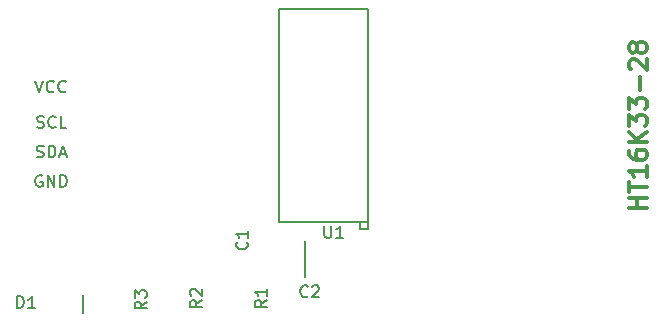
<source format=gto>
G04 #@! TF.FileFunction,Legend,Top*
%FSLAX46Y46*%
G04 Gerber Fmt 4.6, Leading zero omitted, Abs format (unit mm)*
G04 Created by KiCad (PCBNEW (after 2015-mar-04 BZR unknown)-product) date 20.05.2015 17:30:12*
%MOMM*%
G01*
G04 APERTURE LIST*
%ADD10C,0.150000*%
%ADD11C,0.300000*%
%ADD12C,0.200000*%
G04 APERTURE END LIST*
D10*
D11*
X154178571Y-174464284D02*
X152678571Y-174464284D01*
X153392857Y-174464284D02*
X153392857Y-173607141D01*
X154178571Y-173607141D02*
X152678571Y-173607141D01*
X152678571Y-173107141D02*
X152678571Y-172249998D01*
X154178571Y-172678569D02*
X152678571Y-172678569D01*
X154178571Y-170964284D02*
X154178571Y-171821427D01*
X154178571Y-171392855D02*
X152678571Y-171392855D01*
X152892857Y-171535712D01*
X153035714Y-171678570D01*
X153107143Y-171821427D01*
X152678571Y-169678570D02*
X152678571Y-169964284D01*
X152750000Y-170107141D01*
X152821429Y-170178570D01*
X153035714Y-170321427D01*
X153321429Y-170392856D01*
X153892857Y-170392856D01*
X154035714Y-170321427D01*
X154107143Y-170249999D01*
X154178571Y-170107141D01*
X154178571Y-169821427D01*
X154107143Y-169678570D01*
X154035714Y-169607141D01*
X153892857Y-169535713D01*
X153535714Y-169535713D01*
X153392857Y-169607141D01*
X153321429Y-169678570D01*
X153250000Y-169821427D01*
X153250000Y-170107141D01*
X153321429Y-170249999D01*
X153392857Y-170321427D01*
X153535714Y-170392856D01*
X154178571Y-168892856D02*
X152678571Y-168892856D01*
X154178571Y-168035713D02*
X153321429Y-168678570D01*
X152678571Y-168035713D02*
X153535714Y-168892856D01*
X152678571Y-167535713D02*
X152678571Y-166607142D01*
X153250000Y-167107142D01*
X153250000Y-166892856D01*
X153321429Y-166749999D01*
X153392857Y-166678570D01*
X153535714Y-166607142D01*
X153892857Y-166607142D01*
X154035714Y-166678570D01*
X154107143Y-166749999D01*
X154178571Y-166892856D01*
X154178571Y-167321428D01*
X154107143Y-167464285D01*
X154035714Y-167535713D01*
X152678571Y-166107142D02*
X152678571Y-165178571D01*
X153250000Y-165678571D01*
X153250000Y-165464285D01*
X153321429Y-165321428D01*
X153392857Y-165249999D01*
X153535714Y-165178571D01*
X153892857Y-165178571D01*
X154035714Y-165249999D01*
X154107143Y-165321428D01*
X154178571Y-165464285D01*
X154178571Y-165892857D01*
X154107143Y-166035714D01*
X154035714Y-166107142D01*
X153607143Y-164535714D02*
X153607143Y-163392857D01*
X152821429Y-162750000D02*
X152750000Y-162678571D01*
X152678571Y-162535714D01*
X152678571Y-162178571D01*
X152750000Y-162035714D01*
X152821429Y-161964285D01*
X152964286Y-161892857D01*
X153107143Y-161892857D01*
X153321429Y-161964285D01*
X154178571Y-162821428D01*
X154178571Y-161892857D01*
X153321429Y-161035714D02*
X153250000Y-161178572D01*
X153178571Y-161250000D01*
X153035714Y-161321429D01*
X152964286Y-161321429D01*
X152821429Y-161250000D01*
X152750000Y-161178572D01*
X152678571Y-161035714D01*
X152678571Y-160750000D01*
X152750000Y-160607143D01*
X152821429Y-160535714D01*
X152964286Y-160464286D01*
X153035714Y-160464286D01*
X153178571Y-160535714D01*
X153250000Y-160607143D01*
X153321429Y-160750000D01*
X153321429Y-161035714D01*
X153392857Y-161178572D01*
X153464286Y-161250000D01*
X153607143Y-161321429D01*
X153892857Y-161321429D01*
X154035714Y-161250000D01*
X154107143Y-161178572D01*
X154178571Y-161035714D01*
X154178571Y-160750000D01*
X154107143Y-160607143D01*
X154035714Y-160535714D01*
X153892857Y-160464286D01*
X153607143Y-160464286D01*
X153464286Y-160535714D01*
X153392857Y-160607143D01*
X153321429Y-160750000D01*
D12*
X106426000Y-181864000D02*
X106426000Y-183388000D01*
X123083000Y-157628000D02*
X123083000Y-175662000D01*
X123083000Y-175662000D02*
X130576000Y-175662000D01*
X130576000Y-157628000D02*
X123083000Y-157628000D01*
X130576000Y-175662000D02*
X130576000Y-157628000D01*
X129941000Y-175662000D02*
X129941000Y-176297000D01*
X129941000Y-176297000D02*
X130576000Y-176297000D01*
X130576000Y-176297000D02*
X130576000Y-175662000D01*
X125250000Y-177300000D02*
X125250000Y-180300000D01*
X120306143Y-177378666D02*
X120353762Y-177426285D01*
X120401381Y-177569142D01*
X120401381Y-177664380D01*
X120353762Y-177807238D01*
X120258524Y-177902476D01*
X120163286Y-177950095D01*
X119972810Y-177997714D01*
X119829952Y-177997714D01*
X119639476Y-177950095D01*
X119544238Y-177902476D01*
X119449000Y-177807238D01*
X119401381Y-177664380D01*
X119401381Y-177569142D01*
X119449000Y-177426285D01*
X119496619Y-177378666D01*
X120401381Y-176426285D02*
X120401381Y-176997714D01*
X120401381Y-176712000D02*
X119401381Y-176712000D01*
X119544238Y-176807238D01*
X119639476Y-176902476D01*
X119687095Y-176997714D01*
X100861905Y-182951381D02*
X100861905Y-181951381D01*
X101100000Y-181951381D01*
X101242858Y-181999000D01*
X101338096Y-182094238D01*
X101385715Y-182189476D01*
X101433334Y-182379952D01*
X101433334Y-182522810D01*
X101385715Y-182713286D01*
X101338096Y-182808524D01*
X101242858Y-182903762D01*
X101100000Y-182951381D01*
X100861905Y-182951381D01*
X102385715Y-182951381D02*
X101814286Y-182951381D01*
X102100000Y-182951381D02*
X102100000Y-181951381D01*
X102004762Y-182094238D01*
X101909524Y-182189476D01*
X101814286Y-182237095D01*
X121991381Y-182284666D02*
X121515190Y-182618000D01*
X121991381Y-182856095D02*
X120991381Y-182856095D01*
X120991381Y-182475142D01*
X121039000Y-182379904D01*
X121086619Y-182332285D01*
X121181857Y-182284666D01*
X121324714Y-182284666D01*
X121419952Y-182332285D01*
X121467571Y-182379904D01*
X121515190Y-182475142D01*
X121515190Y-182856095D01*
X121991381Y-181332285D02*
X121991381Y-181903714D01*
X121991381Y-181618000D02*
X120991381Y-181618000D01*
X121134238Y-181713238D01*
X121229476Y-181808476D01*
X121277095Y-181903714D01*
X116530381Y-182284666D02*
X116054190Y-182618000D01*
X116530381Y-182856095D02*
X115530381Y-182856095D01*
X115530381Y-182475142D01*
X115578000Y-182379904D01*
X115625619Y-182332285D01*
X115720857Y-182284666D01*
X115863714Y-182284666D01*
X115958952Y-182332285D01*
X116006571Y-182379904D01*
X116054190Y-182475142D01*
X116054190Y-182856095D01*
X115625619Y-181903714D02*
X115578000Y-181856095D01*
X115530381Y-181760857D01*
X115530381Y-181522761D01*
X115578000Y-181427523D01*
X115625619Y-181379904D01*
X115720857Y-181332285D01*
X115816095Y-181332285D01*
X115958952Y-181379904D01*
X116530381Y-181951333D01*
X116530381Y-181332285D01*
X111831381Y-182411666D02*
X111355190Y-182745000D01*
X111831381Y-182983095D02*
X110831381Y-182983095D01*
X110831381Y-182602142D01*
X110879000Y-182506904D01*
X110926619Y-182459285D01*
X111021857Y-182411666D01*
X111164714Y-182411666D01*
X111259952Y-182459285D01*
X111307571Y-182506904D01*
X111355190Y-182602142D01*
X111355190Y-182983095D01*
X110831381Y-182078333D02*
X110831381Y-181459285D01*
X111212333Y-181792619D01*
X111212333Y-181649761D01*
X111259952Y-181554523D01*
X111307571Y-181506904D01*
X111402810Y-181459285D01*
X111640905Y-181459285D01*
X111736143Y-181506904D01*
X111783762Y-181554523D01*
X111831381Y-181649761D01*
X111831381Y-181935476D01*
X111783762Y-182030714D01*
X111736143Y-182078333D01*
X126893095Y-176003381D02*
X126893095Y-176812905D01*
X126940714Y-176908143D01*
X126988333Y-176955762D01*
X127083571Y-177003381D01*
X127274048Y-177003381D01*
X127369286Y-176955762D01*
X127416905Y-176908143D01*
X127464524Y-176812905D01*
X127464524Y-176003381D01*
X128464524Y-177003381D02*
X127893095Y-177003381D01*
X128178809Y-177003381D02*
X128178809Y-176003381D01*
X128083571Y-176146238D01*
X127988333Y-176241476D01*
X127893095Y-176289095D01*
X125483334Y-181951143D02*
X125435715Y-181998762D01*
X125292858Y-182046381D01*
X125197620Y-182046381D01*
X125054762Y-181998762D01*
X124959524Y-181903524D01*
X124911905Y-181808286D01*
X124864286Y-181617810D01*
X124864286Y-181474952D01*
X124911905Y-181284476D01*
X124959524Y-181189238D01*
X125054762Y-181094000D01*
X125197620Y-181046381D01*
X125292858Y-181046381D01*
X125435715Y-181094000D01*
X125483334Y-181141619D01*
X125864286Y-181141619D02*
X125911905Y-181094000D01*
X126007143Y-181046381D01*
X126245239Y-181046381D01*
X126340477Y-181094000D01*
X126388096Y-181141619D01*
X126435715Y-181236857D01*
X126435715Y-181332095D01*
X126388096Y-181474952D01*
X125816667Y-182046381D01*
X126435715Y-182046381D01*
X102416667Y-163702381D02*
X102750000Y-164702381D01*
X103083334Y-163702381D01*
X103988096Y-164607143D02*
X103940477Y-164654762D01*
X103797620Y-164702381D01*
X103702382Y-164702381D01*
X103559524Y-164654762D01*
X103464286Y-164559524D01*
X103416667Y-164464286D01*
X103369048Y-164273810D01*
X103369048Y-164130952D01*
X103416667Y-163940476D01*
X103464286Y-163845238D01*
X103559524Y-163750000D01*
X103702382Y-163702381D01*
X103797620Y-163702381D01*
X103940477Y-163750000D01*
X103988096Y-163797619D01*
X104988096Y-164607143D02*
X104940477Y-164654762D01*
X104797620Y-164702381D01*
X104702382Y-164702381D01*
X104559524Y-164654762D01*
X104464286Y-164559524D01*
X104416667Y-164464286D01*
X104369048Y-164273810D01*
X104369048Y-164130952D01*
X104416667Y-163940476D01*
X104464286Y-163845238D01*
X104559524Y-163750000D01*
X104702382Y-163702381D01*
X104797620Y-163702381D01*
X104940477Y-163750000D01*
X104988096Y-163797619D01*
D10*
X102988096Y-171750000D02*
X102892858Y-171702381D01*
X102750001Y-171702381D01*
X102607143Y-171750000D01*
X102511905Y-171845238D01*
X102464286Y-171940476D01*
X102416667Y-172130952D01*
X102416667Y-172273810D01*
X102464286Y-172464286D01*
X102511905Y-172559524D01*
X102607143Y-172654762D01*
X102750001Y-172702381D01*
X102845239Y-172702381D01*
X102988096Y-172654762D01*
X103035715Y-172607143D01*
X103035715Y-172273810D01*
X102845239Y-172273810D01*
X103464286Y-172702381D02*
X103464286Y-171702381D01*
X104035715Y-172702381D01*
X104035715Y-171702381D01*
X104511905Y-172702381D02*
X104511905Y-171702381D01*
X104750000Y-171702381D01*
X104892858Y-171750000D01*
X104988096Y-171845238D01*
X105035715Y-171940476D01*
X105083334Y-172130952D01*
X105083334Y-172273810D01*
X105035715Y-172464286D01*
X104988096Y-172559524D01*
X104892858Y-172654762D01*
X104750000Y-172702381D01*
X104511905Y-172702381D01*
X102559524Y-167654762D02*
X102702381Y-167702381D01*
X102940477Y-167702381D01*
X103035715Y-167654762D01*
X103083334Y-167607143D01*
X103130953Y-167511905D01*
X103130953Y-167416667D01*
X103083334Y-167321429D01*
X103035715Y-167273810D01*
X102940477Y-167226190D01*
X102750000Y-167178571D01*
X102654762Y-167130952D01*
X102607143Y-167083333D01*
X102559524Y-166988095D01*
X102559524Y-166892857D01*
X102607143Y-166797619D01*
X102654762Y-166750000D01*
X102750000Y-166702381D01*
X102988096Y-166702381D01*
X103130953Y-166750000D01*
X104130953Y-167607143D02*
X104083334Y-167654762D01*
X103940477Y-167702381D01*
X103845239Y-167702381D01*
X103702381Y-167654762D01*
X103607143Y-167559524D01*
X103559524Y-167464286D01*
X103511905Y-167273810D01*
X103511905Y-167130952D01*
X103559524Y-166940476D01*
X103607143Y-166845238D01*
X103702381Y-166750000D01*
X103845239Y-166702381D01*
X103940477Y-166702381D01*
X104083334Y-166750000D01*
X104130953Y-166797619D01*
X105035715Y-167702381D02*
X104559524Y-167702381D01*
X104559524Y-166702381D01*
X102535714Y-170154762D02*
X102678571Y-170202381D01*
X102916667Y-170202381D01*
X103011905Y-170154762D01*
X103059524Y-170107143D01*
X103107143Y-170011905D01*
X103107143Y-169916667D01*
X103059524Y-169821429D01*
X103011905Y-169773810D01*
X102916667Y-169726190D01*
X102726190Y-169678571D01*
X102630952Y-169630952D01*
X102583333Y-169583333D01*
X102535714Y-169488095D01*
X102535714Y-169392857D01*
X102583333Y-169297619D01*
X102630952Y-169250000D01*
X102726190Y-169202381D01*
X102964286Y-169202381D01*
X103107143Y-169250000D01*
X103535714Y-170202381D02*
X103535714Y-169202381D01*
X103773809Y-169202381D01*
X103916667Y-169250000D01*
X104011905Y-169345238D01*
X104059524Y-169440476D01*
X104107143Y-169630952D01*
X104107143Y-169773810D01*
X104059524Y-169964286D01*
X104011905Y-170059524D01*
X103916667Y-170154762D01*
X103773809Y-170202381D01*
X103535714Y-170202381D01*
X104488095Y-169916667D02*
X104964286Y-169916667D01*
X104392857Y-170202381D02*
X104726190Y-169202381D01*
X105059524Y-170202381D01*
M02*

</source>
